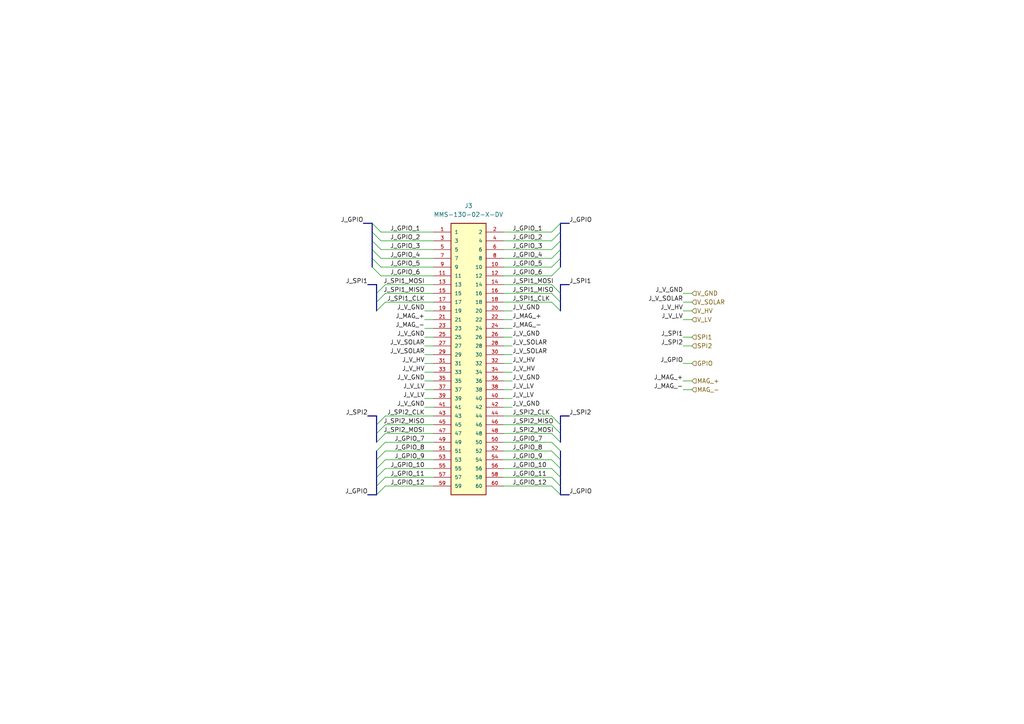
<source format=kicad_sch>
(kicad_sch (version 20231120) (generator "eeschema") (generator_version "8.0")
  (paper "A4")
  (lib_symbols
    (symbol "CUBESAT:MMS-130-02-X-DV" (pin_names (offset 1.016))
      (property "Reference" "J" (at 0 42.164 0))
      (property "Value" "MMS-130-02-X-DV" (at 0 40.386 0))
      (symbol "MMS-130-02-X-DV_0_0"
        (rectangle (start -5.08 39.37) (end 5.08 -39.37) (stroke (width 0.254)) (fill (type background)))
        (pin passive line (at -10.16 36.83 0) (length 5.08) (name "1") (number "1"))
        (pin passive line (at 10.16 26.67 180) (length 5.08) (name "10") (number "10"))
        (pin passive line (at -10.16 24.13 0) (length 5.08) (name "11") (number "11"))
        (pin passive line (at 10.16 24.13 180) (length 5.08) (name "12") (number "12"))
        (pin passive line (at -10.16 21.59 0) (length 5.08) (name "13") (number "13"))
        (pin passive line (at 10.16 21.59 180) (length 5.08) (name "14") (number "14"))
        (pin passive line (at -10.16 19.05 0) (length 5.08) (name "15") (number "15"))
        (pin passive line (at 10.16 19.05 180) (length 5.08) (name "16") (number "16"))
        (pin passive line (at -10.16 16.51 0) (length 5.08) (name "17") (number "17"))
        (pin passive line (at 10.16 16.51 180) (length 5.08) (name "18") (number "18"))
        (pin passive line (at -10.16 13.97 0) (length 5.08) (name "19") (number "19"))
        (pin passive line (at 10.16 36.83 180) (length 5.08) (name "2") (number "2"))
        (pin passive line (at 10.16 13.97 180) (length 5.08) (name "20") (number "20"))
        (pin passive line (at -10.16 11.43 0) (length 5.08) (name "21") (number "21"))
        (pin passive line (at 10.16 11.43 180) (length 5.08) (name "22") (number "22"))
        (pin passive line (at -10.16 8.89 0) (length 5.08) (name "23") (number "23"))
        (pin passive line (at 10.16 8.89 180) (length 5.08) (name "24") (number "24"))
        (pin passive line (at -10.16 6.35 0) (length 5.08) (name "25") (number "25"))
        (pin passive line (at 10.16 6.35 180) (length 5.08) (name "26") (number "26"))
        (pin passive line (at -10.16 3.81 0) (length 5.08) (name "27") (number "27"))
        (pin passive line (at 10.16 3.81 180) (length 5.08) (name "28") (number "28"))
        (pin passive line (at -10.16 1.27 0) (length 5.08) (name "29") (number "29"))
        (pin passive line (at -10.16 34.29 0) (length 5.08) (name "3") (number "3"))
        (pin passive line (at 10.16 1.27 180) (length 5.08) (name "30") (number "30"))
        (pin passive line (at -10.16 -1.27 0) (length 5.08) (name "31") (number "31"))
        (pin passive line (at 10.16 -1.27 180) (length 5.08) (name "32") (number "32"))
        (pin passive line (at -10.16 -3.81 0) (length 5.08) (name "33") (number "33"))
        (pin passive line (at 10.16 -3.81 180) (length 5.08) (name "34") (number "34"))
        (pin passive line (at -10.16 -6.35 0) (length 5.08) (name "35") (number "35"))
        (pin passive line (at 10.16 -6.35 180) (length 5.08) (name "36") (number "36"))
        (pin passive line (at -10.16 -8.89 0) (length 5.08) (name "37") (number "37"))
        (pin passive line (at 10.16 -8.89 180) (length 5.08) (name "38") (number "38"))
        (pin passive line (at -10.16 -11.43 0) (length 5.08) (name "39") (number "39"))
        (pin passive line (at 10.16 34.29 180) (length 5.08) (name "4") (number "4"))
        (pin passive line (at 10.16 -11.43 180) (length 5.08) (name "40") (number "40"))
        (pin passive line (at -10.16 -13.97 0) (length 5.08) (name "41") (number "41"))
        (pin passive line (at 10.16 -13.97 180) (length 5.08) (name "42") (number "42"))
        (pin passive line (at -10.16 -16.51 0) (length 5.08) (name "43") (number "43"))
        (pin passive line (at 10.16 -16.51 180) (length 5.08) (name "44") (number "44"))
        (pin passive line (at -10.16 -19.05 0) (length 5.08) (name "45") (number "45"))
        (pin passive line (at 10.16 -19.05 180) (length 5.08) (name "46") (number "46"))
        (pin passive line (at -10.16 -21.59 0) (length 5.08) (name "47") (number "47"))
        (pin passive line (at 10.16 -21.59 180) (length 5.08) (name "48") (number "48"))
        (pin passive line (at -10.16 -24.13 0) (length 5.08) (name "49") (number "49"))
        (pin passive line (at -10.16 31.75 0) (length 5.08) (name "5") (number "5"))
        (pin passive line (at 10.16 -24.13 180) (length 5.08) (name "50") (number "50"))
        (pin passive line (at -10.16 -26.67 0) (length 5.08) (name "51") (number "51"))
        (pin passive line (at 10.16 -26.67 180) (length 5.08) (name "52") (number "52"))
        (pin passive line (at -10.16 -29.21 0) (length 5.08) (name "53") (number "53"))
        (pin passive line (at 10.16 -29.21 180) (length 5.08) (name "54") (number "54"))
        (pin passive line (at -10.16 -31.75 0) (length 5.08) (name "55") (number "55"))
        (pin passive line (at 10.16 -31.75 180) (length 5.08) (name "56") (number "56"))
        (pin passive line (at -10.16 -34.29 0) (length 5.08) (name "57") (number "57"))
        (pin passive line (at 10.16 -34.29 180) (length 5.08) (name "58") (number "58"))
        (pin passive line (at -10.16 -36.83 0) (length 5.08) (name "59") (number "59"))
        (pin passive line (at 10.16 31.75 180) (length 5.08) (name "6") (number "6"))
        (pin passive line (at 10.16 -36.83 180) (length 5.08) (name "60") (number "60"))
        (pin passive line (at -10.16 29.21 0) (length 5.08) (name "7") (number "7"))
        (pin passive line (at 10.16 29.21 180) (length 5.08) (name "8") (number "8"))
        (pin passive line (at -10.16 26.67 0) (length 5.08) (name "9") (number "9"))
      )
    )
  )
  (bus_entry (at 111.76 125.73) (size -2.54 2.54))
  (bus_entry (at 111.76 123.19) (size -2.54 2.54))
  (bus_entry (at 160.02 80.01) (size 2.54 -2.54))
  (bus_entry (at 110.49 77.47) (size -2.54 -2.54))
  (bus_entry (at 160.02 133.35) (size 2.54 2.54))
  (bus_entry (at 111.76 140.97) (size -2.54 2.54))
  (bus_entry (at 111.76 128.27) (size -2.54 2.54))
  (bus_entry (at 160.02 123.19) (size 2.54 2.54))
  (bus_entry (at 111.76 133.35) (size -2.54 2.54))
  (bus_entry (at 160.02 125.73) (size 2.54 2.54))
  (bus_entry (at 160.02 67.31) (size 2.54 -2.54))
  (bus_entry (at 110.49 74.93) (size -2.54 -2.54))
  (bus_entry (at 160.02 82.55) (size 2.54 2.54))
  (bus_entry (at 110.49 69.85) (size -2.54 -2.54))
  (bus_entry (at 110.49 72.39) (size -2.54 -2.54))
  (bus_entry (at 160.02 69.85) (size 2.54 -2.54))
  (bus_entry (at 110.49 80.01) (size -2.54 -2.54))
  (bus_entry (at 111.76 120.65) (size -2.54 2.54))
  (bus_entry (at 160.02 87.63) (size 2.54 2.54))
  (bus_entry (at 160.02 85.09) (size 2.54 2.54))
  (bus_entry (at 111.76 130.81) (size -2.54 2.54))
  (bus_entry (at 111.76 87.63) (size -2.54 2.54))
  (bus_entry (at 160.02 130.81) (size 2.54 2.54))
  (bus_entry (at 160.02 74.93) (size 2.54 -2.54))
  (bus_entry (at 160.02 135.89) (size 2.54 2.54))
  (bus_entry (at 160.02 77.47) (size 2.54 -2.54))
  (bus_entry (at 160.02 72.39) (size 2.54 -2.54))
  (bus_entry (at 160.02 128.27) (size 2.54 2.54))
  (bus_entry (at 111.76 138.43) (size -2.54 2.54))
  (bus_entry (at 110.49 67.31) (size -2.54 -2.54))
  (bus_entry (at 160.02 140.97) (size 2.54 2.54))
  (bus_entry (at 160.02 120.65) (size 2.54 2.54))
  (bus_entry (at 111.76 85.09) (size -2.54 2.54))
  (bus_entry (at 160.02 138.43) (size 2.54 2.54))
  (bus_entry (at 111.76 82.55) (size -2.54 2.54))
  (bus_entry (at 111.76 135.89) (size -2.54 2.54))
  (wire (pts (xy 160.02 87.63) (xy 146.05 87.63)))
  (wire (pts (xy 111.76 128.27) (xy 125.73 128.27)))
  (wire (pts (xy 198.12 113.03) (xy 200.66 113.03)))
  (wire (pts (xy 146.05 69.85) (xy 160.02 69.85)))
  (wire (pts (xy 148.59 102.87) (xy 146.05 102.87)))
  (bus (pts (xy 109.22 125.73) (xy 109.22 128.27)))
  (wire (pts (xy 198.12 97.79) (xy 200.66 97.79)))
  (bus (pts (xy 162.56 64.77) (xy 165.1 64.77)))
  (wire (pts (xy 111.76 135.89) (xy 125.73 135.89)))
  (wire (pts (xy 146.05 80.01) (xy 160.02 80.01)))
  (wire (pts (xy 198.12 87.63) (xy 200.66 87.63)))
  (bus (pts (xy 107.95 64.77) (xy 105.41 64.77)))
  (wire (pts (xy 111.76 82.55) (xy 125.73 82.55)))
  (wire (pts (xy 123.19 90.17) (xy 125.73 90.17)))
  (wire (pts (xy 148.59 97.79) (xy 146.05 97.79)))
  (bus (pts (xy 109.22 87.63) (xy 109.22 90.17)))
  (bus (pts (xy 162.56 123.19) (xy 162.56 125.73)))
  (wire (pts (xy 125.73 125.73) (xy 111.76 125.73)))
  (wire (pts (xy 146.05 77.47) (xy 160.02 77.47)))
  (wire (pts (xy 123.19 105.41) (xy 125.73 105.41)))
  (wire (pts (xy 160.02 120.65) (xy 146.05 120.65)))
  (wire (pts (xy 146.05 128.27) (xy 160.02 128.27)))
  (wire (pts (xy 123.19 92.71) (xy 125.73 92.71)))
  (bus (pts (xy 162.56 85.09) (xy 162.56 87.63)))
  (wire (pts (xy 148.59 90.17) (xy 146.05 90.17)))
  (bus (pts (xy 107.95 74.93) (xy 107.95 72.39)))
  (bus (pts (xy 162.56 77.47) (xy 162.56 74.93)))
  (wire (pts (xy 111.76 85.09) (xy 125.73 85.09)))
  (wire (pts (xy 160.02 85.09) (xy 146.05 85.09)))
  (wire (pts (xy 111.76 140.97) (xy 125.73 140.97)))
  (bus (pts (xy 109.22 138.43) (xy 109.22 140.97)))
  (wire (pts (xy 110.49 69.85) (xy 125.73 69.85)))
  (bus (pts (xy 162.56 130.81) (xy 162.56 133.35)))
  (bus (pts (xy 162.56 74.93) (xy 162.56 72.39)))
  (wire (pts (xy 148.59 115.57) (xy 146.05 115.57)))
  (wire (pts (xy 146.05 72.39) (xy 160.02 72.39)))
  (wire (pts (xy 110.49 67.31) (xy 125.73 67.31)))
  (bus (pts (xy 109.22 140.97) (xy 109.22 143.51)))
  (wire (pts (xy 198.12 92.71) (xy 200.66 92.71)))
  (wire (pts (xy 148.59 110.49) (xy 146.05 110.49)))
  (wire (pts (xy 160.02 82.55) (xy 146.05 82.55)))
  (bus (pts (xy 109.22 130.81) (xy 109.22 133.35)))
  (bus (pts (xy 107.95 77.47) (xy 107.95 74.93)))
  (wire (pts (xy 123.19 118.11) (xy 125.73 118.11)))
  (wire (pts (xy 146.05 67.31) (xy 160.02 67.31)))
  (wire (pts (xy 148.59 118.11) (xy 146.05 118.11)))
  (bus (pts (xy 109.22 123.19) (xy 109.22 120.65)))
  (wire (pts (xy 148.59 105.41) (xy 146.05 105.41)))
  (bus (pts (xy 109.22 85.09) (xy 109.22 87.63)))
  (bus (pts (xy 109.22 135.89) (xy 109.22 138.43)))
  (bus (pts (xy 109.22 133.35) (xy 109.22 135.89)))
  (bus (pts (xy 162.56 143.51) (xy 165.1 143.51)))
  (bus (pts (xy 107.95 67.31) (xy 107.95 64.77)))
  (bus (pts (xy 106.68 120.65) (xy 109.22 120.65)))
  (wire (pts (xy 123.19 97.79) (xy 125.73 97.79)))
  (wire (pts (xy 200.66 105.41) (xy 198.12 105.41)))
  (wire (pts (xy 146.05 125.73) (xy 160.02 125.73)))
  (wire (pts (xy 123.19 102.87) (xy 125.73 102.87)))
  (wire (pts (xy 146.05 74.93) (xy 160.02 74.93)))
  (wire (pts (xy 125.73 123.19) (xy 111.76 123.19)))
  (wire (pts (xy 110.49 74.93) (xy 125.73 74.93)))
  (bus (pts (xy 162.56 67.31) (xy 162.56 64.77)))
  (wire (pts (xy 111.76 120.65) (xy 125.73 120.65)))
  (wire (pts (xy 146.05 130.81) (xy 160.02 130.81)))
  (wire (pts (xy 148.59 92.71) (xy 146.05 92.71)))
  (bus (pts (xy 109.22 123.19) (xy 109.22 125.73)))
  (bus (pts (xy 162.56 123.19) (xy 162.56 120.65)))
  (bus (pts (xy 162.56 72.39) (xy 162.56 69.85)))
  (wire (pts (xy 125.73 87.63) (xy 111.76 87.63)))
  (wire (pts (xy 198.12 85.09) (xy 200.66 85.09)))
  (wire (pts (xy 123.19 95.25) (xy 125.73 95.25)))
  (wire (pts (xy 111.76 138.43) (xy 125.73 138.43)))
  (wire (pts (xy 110.49 77.47) (xy 125.73 77.47)))
  (bus (pts (xy 107.95 69.85) (xy 107.95 67.31)))
  (wire (pts (xy 110.49 72.39) (xy 125.73 72.39)))
  (bus (pts (xy 162.56 133.35) (xy 162.56 135.89)))
  (wire (pts (xy 123.19 113.03) (xy 125.73 113.03)))
  (wire (pts (xy 146.05 140.97) (xy 160.02 140.97)))
  (wire (pts (xy 146.05 123.19) (xy 160.02 123.19)))
  (bus (pts (xy 109.22 82.55) (xy 106.68 82.55)))
  (bus (pts (xy 162.56 87.63) (xy 162.56 90.17)))
  (bus (pts (xy 162.56 138.43) (xy 162.56 140.97)))
  (wire (pts (xy 148.59 100.33) (xy 146.05 100.33)))
  (wire (pts (xy 123.19 115.57) (xy 125.73 115.57)))
  (bus (pts (xy 162.56 82.55) (xy 165.1 82.55)))
  (wire (pts (xy 148.59 113.03) (xy 146.05 113.03)))
  (wire (pts (xy 148.59 95.25) (xy 146.05 95.25)))
  (bus (pts (xy 162.56 135.89) (xy 162.56 138.43)))
  (wire (pts (xy 148.59 107.95) (xy 146.05 107.95)))
  (wire (pts (xy 146.05 135.89) (xy 160.02 135.89)))
  (bus (pts (xy 109.22 82.55) (xy 109.22 85.09)))
  (bus (pts (xy 107.95 72.39) (xy 107.95 69.85)))
  (wire (pts (xy 111.76 130.81) (xy 125.73 130.81)))
  (wire (pts (xy 123.19 107.95) (xy 125.73 107.95)))
  (wire (pts (xy 110.49 80.01) (xy 125.73 80.01)))
  (wire (pts (xy 146.05 138.43) (xy 160.02 138.43)))
  (bus (pts (xy 162.56 120.65) (xy 165.1 120.65)))
  (wire (pts (xy 146.05 133.35) (xy 160.02 133.35)))
  (wire (pts (xy 123.19 100.33) (xy 125.73 100.33)))
  (bus (pts (xy 109.22 143.51) (xy 106.68 143.51)))
  (bus (pts (xy 162.56 85.09) (xy 162.56 82.55)))
  (bus (pts (xy 162.56 69.85) (xy 162.56 67.31)))
  (wire (pts (xy 200.66 110.49) (xy 198.12 110.49)))
  (wire (pts (xy 198.12 90.17) (xy 200.66 90.17)))
  (bus (pts (xy 162.56 125.73) (xy 162.56 128.27)))
  (wire (pts (xy 198.12 100.33) (xy 200.66 100.33)))
  (bus (pts (xy 162.56 140.97) (xy 162.56 143.51)))
  (wire (pts (xy 111.76 133.35) (xy 125.73 133.35)))
  (wire (pts (xy 123.19 110.49) (xy 125.73 110.49)))
  (label "J_GPIO_2" (at 121.92 69.85 180))
  (label "J_V_LV" (at 123.19 113.03 180))
  (label "J_V_GND" (at 148.59 110.49 0))
  (label "J_V_GND" (at 123.19 110.49 180))
  (label "J_V_SOLAR" (at 123.19 100.33 180))
  (label "J_GPIO_8" (at 148.59 130.81 0))
  (label "J_SPI1" (at 165.1 82.55 0))
  (label "J_GPIO_1" (at 121.92 67.31 180))
  (label "J_V_HV" (at 148.59 105.41 0))
  (label "J_GPIO_3" (at 121.92 72.39 180))
  (label "J_SPI2" (at 106.68 120.65 180))
  (label "J_MAG_+" (at 148.59 92.71 0))
  (label "J_GPIO_3" (at 148.59 72.39 0))
  (label "J_GPIO_7" (at 148.59 128.27 0))
  (label "J_V_GND" (at 198.12 85.09 180))
  (label "J_SPI2_MISO" (at 148.59 123.19 0))
  (label "J_V_HV" (at 123.19 105.41 180))
  (label "J_V_SOLAR" (at 148.59 100.33 0))
  (label "J_V_GND" (at 123.19 118.11 180))
  (label "J_GPIO_5" (at 121.92 77.47 180))
  (label "J_GPIO_1" (at 148.59 67.31 0))
  (label "J_MAG_+" (at 198.12 110.49 180))
  (label "J_V_GND" (at 148.59 118.11 0))
  (label "J_V_LV" (at 198.12 92.71 180))
  (label "J_GPIO_9" (at 123.19 133.35 180))
  (label "J_SPI1_MOSI" (at 123.19 82.55 180))
  (label "J_GPIO" (at 198.12 105.41 180))
  (label "J_SPI1_CLK" (at 123.19 87.63 180))
  (label "J_GPIO_2" (at 148.59 69.85 0))
  (label "J_SPI2_MISO" (at 123.19 123.19 180))
  (label "J_SPI2_CLK" (at 123.19 120.65 180))
  (label "J_SPI2_MOSI" (at 123.19 125.73 180))
  (label "J_MAG_-" (at 123.19 95.25 180))
  (label "J_V_SOLAR" (at 148.59 102.87 0))
  (label "J_SPI1_MISO" (at 123.19 85.09 180))
  (label "J_GPIO_4" (at 148.59 74.93 0))
  (label "J_MAG_+" (at 123.19 92.71 180))
  (label "J_V_LV" (at 123.19 115.57 180))
  (label "J_GPIO_8" (at 123.19 130.81 180))
  (label "J_GPIO_6" (at 121.92 80.01 180))
  (label "J_GPIO" (at 105.41 64.77 180))
  (label "J_SPI1" (at 106.68 82.55 180))
  (label "J_MAG_-" (at 198.12 113.03 180))
  (label "J_GPIO_11" (at 123.19 138.43 180))
  (label "J_V_GND" (at 123.19 90.17 180))
  (label "J_GPIO" (at 165.1 143.51 0))
  (label "J_GPIO_11" (at 148.59 138.43 0))
  (label "J_GPIO_9" (at 148.59 133.35 0))
  (label "J_SPI1_CLK" (at 148.59 87.63 0))
  (label "J_SPI1_MISO" (at 148.59 85.09 0))
  (label "J_GPIO_6" (at 148.59 80.01 0))
  (label "J_V_SOLAR" (at 198.12 87.63 180))
  (label "J_SPI1" (at 198.12 97.79 180))
  (label "J_SPI2_CLK" (at 148.59 120.65 0))
  (label "J_V_LV" (at 148.59 115.57 0))
  (label "J_V_LV" (at 148.59 113.03 0))
  (label "J_SPI2" (at 198.12 100.33 180))
  (label "J_GPIO_12" (at 123.19 140.97 180))
  (label "J_GPIO" (at 106.68 143.51 180))
  (label "J_V_HV" (at 148.59 107.95 0))
  (label "J_V_HV" (at 198.12 90.17 180))
  (label "J_V_GND" (at 148.59 97.79 0))
  (label "J_GPIO_4" (at 121.92 74.93 180))
  (label "J_V_GND" (at 148.59 90.17 0))
  (label "J_GPIO_10" (at 123.19 135.89 180))
  (label "J_GPIO_7" (at 123.19 128.27 180))
  (label "J_V_SOLAR" (at 123.19 102.87 180))
  (label "J_GPIO_10" (at 148.59 135.89 0))
  (label "J_SPI1_MOSI" (at 148.59 82.55 0))
  (label "J_V_HV" (at 123.19 107.95 180))
  (label "J_GPIO_12" (at 148.59 140.97 0))
  (label "J_GPIO" (at 165.1 64.77 0))
  (label "J_GPIO_5" (at 148.59 77.47 0))
  (label "J_MAG_-" (at 148.59 95.25 0))
  (label "J_V_GND" (at 123.19 97.79 180))
  (label "J_SPI2" (at 165.1 120.65 0))
  (label "J_SPI2_MOSI" (at 148.59 125.73 0))
  (hierarchical_label "V_LV" (shape input) (at 200.66 92.71 0))
  (hierarchical_label "V_HV" (shape input) (at 200.66 90.17 0))
  (hierarchical_label "MAG_+" (shape input) (at 200.66 110.49 0))
  (hierarchical_label "MAG_-" (shape input) (at 200.66 113.03 0))
  (hierarchical_label "GPIO" (shape input) (at 200.66 105.41 0))
  (hierarchical_label "SPI2" (shape input) (at 200.66 100.33 0))
  (hierarchical_label "V_GND" (shape input) (at 200.66 85.09 0))
  (hierarchical_label "SPI1" (shape input) (at 200.66 97.79 0))
  (hierarchical_label "V_SOLAR" (shape input) (at 200.66 87.63 0))
  (symbol (lib_id "CUBESAT:MMS-130-02-X-DV") (at 135.89 104.14 0) (unit 1)
    (property "Reference" "J3" (at 135.89 59.69 0))
    (property "Value" "MMS-130-02-X-DV" (at 135.89 62.23 0))
    (property "Datasheet" "https://suddendocs.samtec.com/catalog_english/mms.pdf" (effects (hide yes)))
    (property "Description" "TIGER CLAW™ SOCKET STRIP" (effects (hide yes)))
    (instances (project "bus" (path "" (reference "J3") (unit 1)) (path "" (reference "J?") (unit 1)) (path "" (reference "J5") (unit 1)) (path "" (reference "J1") (unit 1)) (path "" (reference "J4") (unit 1)) (path "" (reference "J2") (unit 1))))
  )
)
</source>
